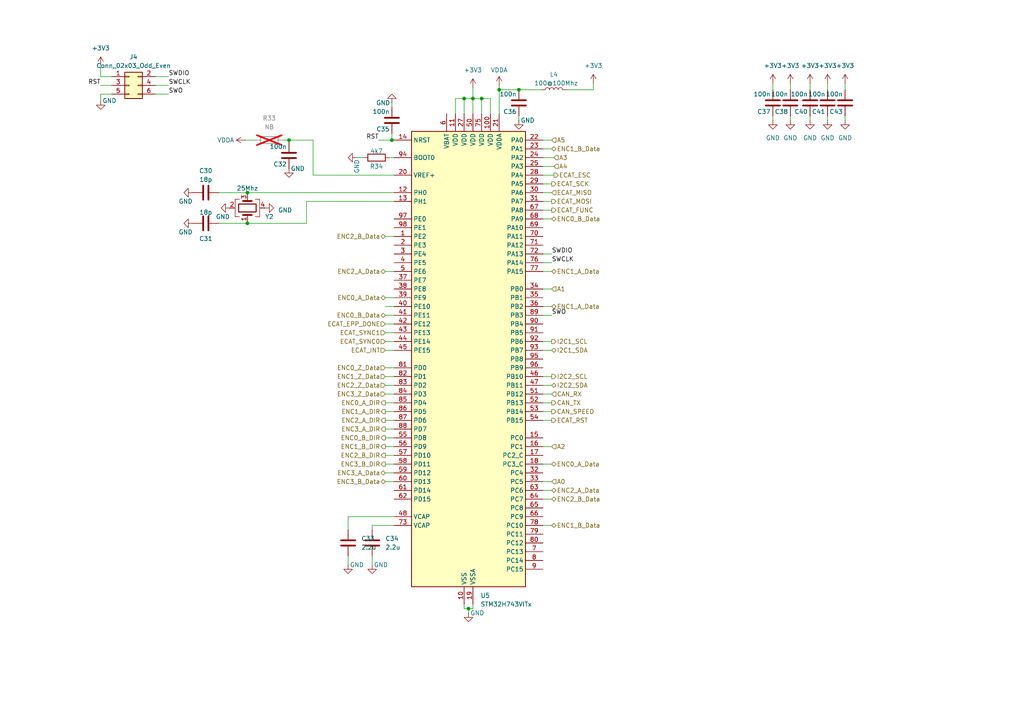
<source format=kicad_sch>
(kicad_sch (version 20231120) (generator "eeschema") (generator_version "8.0")
  (paper "A4")
  (lib_symbols
    (symbol "Connector_Generic:Conn_02x03_Odd_Even" (pin_names (offset 1.016) hide)
      (property "Reference" "J" (at 1.27 5.08 0))
      (property "Value" "Conn_02x03_Odd_Even" (at 1.27 -5.08 0))
      (symbol "Conn_02x03_Odd_Even_1_1"
        (rectangle (start -1.27 -2.413) (end 0 -2.667) (stroke (width 0.1524)))
        (rectangle (start -1.27 0.127) (end 0 -0.127) (stroke (width 0.1524)))
        (rectangle (start -1.27 2.667) (end 0 2.413) (stroke (width 0.1524)))
        (rectangle (start -1.27 3.81) (end 3.81 -3.81) (stroke (width 0.254)) (fill (type background)))
        (rectangle (start 3.81 -2.413) (end 2.54 -2.667) (stroke (width 0.1524)))
        (rectangle (start 3.81 0.127) (end 2.54 -0.127) (stroke (width 0.1524)))
        (rectangle (start 3.81 2.667) (end 2.54 2.413) (stroke (width 0.1524)))
        (pin passive line (at -5.08 2.54 0) (length 3.81) (name "Pin_1") (number "1"))
        (pin passive line (at 7.62 2.54 180) (length 3.81) (name "Pin_2") (number "2"))
        (pin passive line (at -5.08 0 0) (length 3.81) (name "Pin_3") (number "3"))
        (pin passive line (at 7.62 0 180) (length 3.81) (name "Pin_4") (number "4"))
        (pin passive line (at -5.08 -2.54 0) (length 3.81) (name "Pin_5") (number "5"))
        (pin passive line (at 7.62 -2.54 180) (length 3.81) (name "Pin_6") (number "6"))
      )
    )
    (symbol "Device:C" (pin_numbers hide) (pin_names (offset 0.254))
      (property "Reference" "C" (at 0.635 2.54 0))
      (property "Value" "C" (at 0.635 -2.54 0))
      (symbol "C_0_1"
        (polyline (pts (xy -2.032 -0.762) (xy 2.032 -0.762)) (stroke (width 0.508)))
        (polyline (pts (xy -2.032 0.762) (xy 2.032 0.762)) (stroke (width 0.508)))
      )
      (symbol "C_1_1"
        (pin passive line (at 0 3.81 270) (length 2.794) (name "~") (number "1"))
        (pin passive line (at 0 -3.81 90) (length 2.794) (name "~") (number "2"))
      )
    )
    (symbol "Device:Crystal_GND24" (pin_names (offset 1.016) hide)
      (property "Reference" "Y" (at 3.175 5.08 0))
      (property "Value" "Crystal_GND24" (at 3.175 3.175 0))
      (symbol "Crystal_GND24_0_1"
        (rectangle (start -1.143 2.54) (end 1.143 -2.54) (stroke (width 0.3048)))
        (polyline (pts (xy -2.54 0) (xy -2.032 0)))
        (polyline (pts (xy -2.032 -1.27) (xy -2.032 1.27)) (stroke (width 0.508)))
        (polyline (pts (xy 0 -3.81) (xy 0 -3.556)))
        (polyline (pts (xy 0 3.556) (xy 0 3.81)))
        (polyline (pts (xy 2.032 -1.27) (xy 2.032 1.27)) (stroke (width 0.508)))
        (polyline (pts (xy 2.032 0) (xy 2.54 0)))
        (polyline (pts (xy -2.54 -2.286) (xy -2.54 -3.556) (xy 2.54 -3.556) (xy 2.54 -2.286)))
        (polyline (pts (xy -2.54 2.286) (xy -2.54 3.556) (xy 2.54 3.556) (xy 2.54 2.286)))
      )
      (symbol "Crystal_GND24_1_1"
        (pin passive line (at -3.81 0 0) (length 1.27) (name "1") (number "1"))
        (pin passive line (at 0 5.08 270) (length 1.27) (name "2") (number "2"))
        (pin passive line (at 3.81 0 180) (length 1.27) (name "3") (number "3"))
        (pin passive line (at 0 -5.08 90) (length 1.27) (name "4") (number "4"))
      )
    )
    (symbol "Device:L" (pin_numbers hide) (pin_names (offset 1.016) hide)
      (property "Reference" "L" (at -1.27 0 90))
      (property "Value" "L" (at 1.905 0 90))
      (symbol "L_0_1"
        (arc (start 0 -2.54) (mid 0.6323 -1.905) (end 0 -1.27))
        (arc (start 0 -1.27) (mid 0.6323 -0.635) (end 0 0))
        (arc (start 0 0) (mid 0.6323 0.635) (end 0 1.27))
        (arc (start 0 1.27) (mid 0.6323 1.905) (end 0 2.54))
      )
      (symbol "L_1_1"
        (pin passive line (at 0 3.81 270) (length 1.27) (name "1") (number "1"))
        (pin passive line (at 0 -3.81 90) (length 1.27) (name "2") (number "2"))
      )
    )
    (symbol "Device:R" (pin_numbers hide) (pin_names (offset 0))
      (property "Reference" "R" (at 2.032 0 90))
      (property "Value" "R" (at 0 0 90))
      (symbol "R_0_1"
        (rectangle (start -1.016 -2.54) (end 1.016 2.54) (stroke (width 0.254)))
      )
      (symbol "R_1_1"
        (pin passive line (at 0 3.81 270) (length 1.27) (name "~") (number "1"))
        (pin passive line (at 0 -3.81 90) (length 1.27) (name "~") (number "2"))
      )
    )
    (symbol "MCU_ST_STM32H7:STM32H743VITx"
      (property "Reference" "U" (at -15.24 67.31 0))
      (property "Value" "STM32H743VITx" (at 12.7 67.31 0))
      (symbol "STM32H743VITx_0_1"
        (rectangle (start -15.24 -66.04) (end 17.78 66.04) (stroke (width 0.254)) (fill (type background)))
      )
      (symbol "STM32H743VITx_1_1"
        (pin bidirectional line (at -20.32 35.56 0) (length 5.08) (name "PE2") (number "1"))
        (pin power_in line (at 0 -71.12 90) (length 5.08) (name "VSS") (number "10"))
        (pin power_in line (at 7.62 71.12 270) (length 5.08) (name "VDD") (number "100"))
        (pin power_in line (at -2.54 71.12 270) (length 5.08) (name "VDD") (number "11"))
        (pin bidirectional line (at -20.32 48.26 0) (length 5.08) (name "PH0") (number "12"))
        (pin bidirectional line (at -20.32 45.72 0) (length 5.08) (name "PH1") (number "13"))
        (pin input line (at -20.32 63.5 0) (length 5.08) (name "NRST") (number "14"))
        (pin bidirectional line (at 22.86 -22.86 180) (length 5.08) (name "PC0") (number "15"))
        (pin bidirectional line (at 22.86 -25.4 180) (length 5.08) (name "PC1") (number "16"))
        (pin bidirectional line (at 22.86 -27.94 180) (length 5.08) (name "PC2_C") (number "17"))
        (pin bidirectional line (at 22.86 -30.48 180) (length 5.08) (name "PC3_C") (number "18"))
        (pin power_in line (at 2.54 -71.12 90) (length 5.08) (name "VSSA") (number "19"))
        (pin bidirectional line (at -20.32 33.02 0) (length 5.08) (name "PE3") (number "2"))
        (pin input line (at -20.32 53.34 0) (length 5.08) (name "VREF+") (number "20"))
        (pin power_in line (at 10.16 71.12 270) (length 5.08) (name "VDDA") (number "21"))
        (pin bidirectional line (at 22.86 63.5 180) (length 5.08) (name "PA0") (number "22"))
        (pin bidirectional line (at 22.86 60.96 180) (length 5.08) (name "PA1") (number "23"))
        (pin bidirectional line (at 22.86 58.42 180) (length 5.08) (name "PA2") (number "24"))
        (pin bidirectional line (at 22.86 55.88 180) (length 5.08) (name "PA3") (number "25"))
        (pin passive line (at 0 -71.12 90) (length 5.08) hide (name "VSS") (number "26"))
        (pin power_in line (at 0 71.12 270) (length 5.08) (name "VDD") (number "27"))
        (pin bidirectional line (at 22.86 53.34 180) (length 5.08) (name "PA4") (number "28"))
        (pin bidirectional line (at 22.86 50.8 180) (length 5.08) (name "PA5") (number "29"))
        (pin bidirectional line (at -20.32 30.48 0) (length 5.08) (name "PE4") (number "3"))
        (pin bidirectional line (at 22.86 48.26 180) (length 5.08) (name "PA6") (number "30"))
        (pin bidirectional line (at 22.86 45.72 180) (length 5.08) (name "PA7") (number "31"))
        (pin bidirectional line (at 22.86 -33.02 180) (length 5.08) (name "PC4") (number "32"))
        (pin bidirectional line (at 22.86 -35.56 180) (length 5.08) (name "PC5") (number "33"))
        (pin bidirectional line (at 22.86 20.32 180) (length 5.08) (name "PB0") (number "34"))
        (pin bidirectional line (at 22.86 17.78 180) (length 5.08) (name "PB1") (number "35"))
        (pin bidirectional line (at 22.86 15.24 180) (length 5.08) (name "PB2") (number "36"))
        (pin bidirectional line (at -20.32 22.86 0) (length 5.08) (name "PE7") (number "37"))
        (pin bidirectional line (at -20.32 20.32 0) (length 5.08) (name "PE8") (number "38"))
        (pin bidirectional line (at -20.32 17.78 0) (length 5.08) (name "PE9") (number "39"))
        (pin bidirectional line (at -20.32 27.94 0) (length 5.08) (name "PE5") (number "4"))
        (pin bidirectional line (at -20.32 15.24 0) (length 5.08) (name "PE10") (number "40"))
        (pin bidirectional line (at -20.32 12.7 0) (length 5.08) (name "PE11") (number "41"))
        (pin bidirectional line (at -20.32 10.16 0) (length 5.08) (name "PE12") (number "42"))
        (pin bidirectional line (at -20.32 7.62 0) (length 5.08) (name "PE13") (number "43"))
        (pin bidirectional line (at -20.32 5.08 0) (length 5.08) (name "PE14") (number "44"))
        (pin bidirectional line (at -20.32 2.54 0) (length 5.08) (name "PE15") (number "45"))
        (pin bidirectional line (at 22.86 -5.08 180) (length 5.08) (name "PB10") (number "46"))
        (pin bidirectional line (at 22.86 -7.62 180) (length 5.08) (name "PB11") (number "47"))
        (pin power_out line (at -20.32 -45.72 0) (length 5.08) (name "VCAP") (number "48"))
        (pin passive line (at 0 -71.12 90) (length 5.08) hide (name "VSS") (number "49"))
        (pin bidirectional line (at -20.32 25.4 0) (length 5.08) (name "PE6") (number "5"))
        (pin power_in line (at 2.54 71.12 270) (length 5.08) (name "VDD") (number "50"))
        (pin bidirectional line (at 22.86 -10.16 180) (length 5.08) (name "PB12") (number "51"))
        (pin bidirectional line (at 22.86 -12.7 180) (length 5.08) (name "PB13") (number "52"))
        (pin bidirectional line (at 22.86 -15.24 180) (length 5.08) (name "PB14") (number "53"))
        (pin bidirectional line (at 22.86 -17.78 180) (length 5.08) (name "PB15") (number "54"))
        (pin bidirectional line (at -20.32 -22.86 0) (length 5.08) (name "PD8") (number "55"))
        (pin bidirectional line (at -20.32 -25.4 0) (length 5.08) (name "PD9") (number "56"))
        (pin bidirectional line (at -20.32 -27.94 0) (length 5.08) (name "PD10") (number "57"))
        (pin bidirectional line (at -20.32 -30.48 0) (length 5.08) (name "PD11") (number "58"))
        (pin bidirectional line (at -20.32 -33.02 0) (length 5.08) (name "PD12") (number "59"))
        (pin power_in line (at -5.08 71.12 270) (length 5.08) (name "VBAT") (number "6"))
        (pin bidirectional line (at -20.32 -35.56 0) (length 5.08) (name "PD13") (number "60"))
        (pin bidirectional line (at -20.32 -38.1 0) (length 5.08) (name "PD14") (number "61"))
        (pin bidirectional line (at -20.32 -40.64 0) (length 5.08) (name "PD15") (number "62"))
        (pin bidirectional line (at 22.86 -38.1 180) (length 5.08) (name "PC6") (number "63"))
        (pin bidirectional line (at 22.86 -40.64 180) (length 5.08) (name "PC7") (number "64"))
        (pin bidirectional line (at 22.86 -43.18 180) (length 5.08) (name "PC8") (number "65"))
        (pin bidirectional line (at 22.86 -45.72 180) (length 5.08) (name "PC9") (number "66"))
        (pin bidirectional line (at 22.86 43.18 180) (length 5.08) (name "PA8") (number "67"))
        (pin bidirectional line (at 22.86 40.64 180) (length 5.08) (name "PA9") (number "68"))
        (pin bidirectional line (at 22.86 38.1 180) (length 5.08) (name "PA10") (number "69"))
        (pin bidirectional line (at 22.86 -55.88 180) (length 5.08) (name "PC13") (number "7"))
        (pin bidirectional line (at 22.86 35.56 180) (length 5.08) (name "PA11") (number "70"))
        (pin bidirectional line (at 22.86 33.02 180) (length 5.08) (name "PA12") (number "71"))
        (pin bidirectional line (at 22.86 30.48 180) (length 5.08) (name "PA13") (number "72"))
        (pin power_out line (at -20.32 -48.26 0) (length 5.08) (name "VCAP") (number "73"))
        (pin passive line (at 0 -71.12 90) (length 5.08) hide (name "VSS") (number "74"))
        (pin power_in line (at 5.08 71.12 270) (length 5.08) (name "VDD") (number "75"))
        (pin bidirectional line (at 22.86 27.94 180) (length 5.08) (name "PA14") (number "76"))
        (pin bidirectional line (at 22.86 25.4 180) (length 5.08) (name "PA15") (number "77"))
        (pin bidirectional line (at 22.86 -48.26 180) (length 5.08) (name "PC10") (number "78"))
        (pin bidirectional line (at 22.86 -50.8 180) (length 5.08) (name "PC11") (number "79"))
        (pin bidirectional line (at 22.86 -58.42 180) (length 5.08) (name "PC14") (number "8"))
        (pin bidirectional line (at 22.86 -53.34 180) (length 5.08) (name "PC12") (number "80"))
        (pin bidirectional line (at -20.32 -2.54 0) (length 5.08) (name "PD0") (number "81"))
        (pin bidirectional line (at -20.32 -5.08 0) (length 5.08) (name "PD1") (number "82"))
        (pin bidirectional line (at -20.32 -7.62 0) (length 5.08) (name "PD2") (number "83"))
        (pin bidirectional line (at -20.32 -10.16 0) (length 5.08) (name "PD3") (number "84"))
        (pin bidirectional line (at -20.32 -12.7 0) (length 5.08) (name "PD4") (number "85"))
        (pin bidirectional line (at -20.32 -15.24 0) (length 5.08) (name "PD5") (number "86"))
        (pin bidirectional line (at -20.32 -17.78 0) (length 5.08) (name "PD6") (number "87"))
        (pin bidirectional line (at -20.32 -20.32 0) (length 5.08) (name "PD7") (number "88"))
        (pin bidirectional line (at 22.86 12.7 180) (length 5.08) (name "PB3") (number "89"))
        (pin bidirectional line (at 22.86 -60.96 180) (length 5.08) (name "PC15") (number "9"))
        (pin bidirectional line (at 22.86 10.16 180) (length 5.08) (name "PB4") (number "90"))
        (pin bidirectional line (at 22.86 7.62 180) (length 5.08) (name "PB5") (number "91"))
        (pin bidirectional line (at 22.86 5.08 180) (length 5.08) (name "PB6") (number "92"))
        (pin bidirectional line (at 22.86 2.54 180) (length 5.08) (name "PB7") (number "93"))
        (pin input line (at -20.32 58.42 0) (length 5.08) (name "BOOT0") (number "94"))
        (pin bidirectional line (at 22.86 0 180) (length 5.08) (name "PB8") (number "95"))
        (pin bidirectional line (at 22.86 -2.54 180) (length 5.08) (name "PB9") (number "96"))
        (pin bidirectional line (at -20.32 40.64 0) (length 5.08) (name "PE0") (number "97"))
        (pin bidirectional line (at -20.32 38.1 0) (length 5.08) (name "PE1") (number "98"))
        (pin passive line (at 0 -71.12 90) (length 5.08) hide (name "VSS") (number "99"))
      )
    )
    (symbol "power:+3V3" (power) (pin_numbers hide) (pin_names (offset 0) hide)
      (property "Value" "+3V3" (at 0 3.556 0))
      (symbol "+3V3_0_1"
        (polyline (pts (xy -0.762 1.27) (xy 0 2.54)))
        (polyline (pts (xy 0 0) (xy 0 2.54)))
        (polyline (pts (xy 0 2.54) (xy 0.762 1.27)))
      )
      (symbol "+3V3_1_1"
        (pin power_in line (at 0 0 90) (length 0) (name "~") (number "1"))
      )
    )
    (symbol "power:GND" (power) (pin_numbers hide) (pin_names (offset 0) hide)
      (property "Value" "GND" (at 0 -3.81 0))
      (symbol "GND_0_1"
        (polyline (pts (xy 0 0) (xy 0 -1.27) (xy 1.27 -1.27) (xy 0 -2.54) (xy -1.27 -1.27) (xy 0 -1.27)))
      )
      (symbol "GND_1_1"
        (pin power_in line (at 0 0 270) (length 0) (name "~") (number "1"))
      )
    )
    (symbol "power:VDDA" (power) (pin_numbers hide) (pin_names (offset 0) hide)
      (property "Value" "VDDA" (at 0 3.556 0))
      (symbol "VDDA_0_1"
        (polyline (pts (xy -0.762 1.27) (xy 0 2.54)))
        (polyline (pts (xy 0 0) (xy 0 2.54)))
        (polyline (pts (xy 0 2.54) (xy 0.762 1.27)))
      )
      (symbol "VDDA_1_1"
        (pin power_in line (at 0 0 90) (length 0) (name "~") (number "1"))
      )
    )
  )
  (junction (at 71.755 64.77))
  (junction (at 71.755 55.88))
  (junction (at 150.495 26.035))
  (junction (at 134.62 28.575))
  (junction (at 83.82 40.64))
  (junction (at 113.665 40.64))
  (junction (at 144.78 26.035))
  (junction (at 139.7 28.575))
  (junction (at 137.16 28.575))
  (junction (at 135.89 176.53))
  (wire (pts (xy 157.48 78.74) (xy 160.02 78.74)))
  (wire (pts (xy 150.495 26.035) (xy 144.78 26.035)))
  (wire (pts (xy 107.95 161.29) (xy 107.95 163.83)))
  (wire (pts (xy 113.665 40.64) (xy 114.3 40.64)))
  (wire (pts (xy 157.48 55.88) (xy 160.02 55.88)))
  (wire (pts (xy 81.915 40.64) (xy 83.82 40.64)))
  (wire (pts (xy 111.76 88.9) (xy 114.3 88.9)))
  (wire (pts (xy 157.48 48.26) (xy 160.655 48.26)))
  (wire (pts (xy 240.03 24.13) (xy 240.03 26.035)))
  (wire (pts (xy 29.21 24.765) (xy 32.385 24.765)))
  (wire (pts (xy 63.5 55.88) (xy 71.755 55.88)))
  (wire (pts (xy 157.48 43.18) (xy 160.02 43.18)))
  (wire (pts (xy 111.76 124.46) (xy 114.3 124.46)))
  (wire (pts (xy 156.845 26.035) (xy 150.495 26.035)))
  (wire (pts (xy 107.95 152.4) (xy 107.95 153.67)))
  (wire (pts (xy 157.48 40.64) (xy 160.02 40.64)))
  (wire (pts (xy 137.16 25.4) (xy 137.16 28.575)))
  (wire (pts (xy 224.155 24.13) (xy 224.155 26.035)))
  (wire (pts (xy 157.48 88.9) (xy 160.02 88.9)))
  (wire (pts (xy 111.76 119.38) (xy 114.3 119.38)))
  (wire (pts (xy 137.16 176.53) (xy 135.89 176.53)))
  (wire (pts (xy 240.03 33.655) (xy 240.03 34.925)))
  (wire (pts (xy 134.62 28.575) (xy 132.08 28.575)))
  (wire (pts (xy 229.235 24.13) (xy 229.235 26.035)))
  (wire (pts (xy 111.76 114.3) (xy 114.3 114.3)))
  (wire (pts (xy 157.48 121.92) (xy 160.02 121.92)))
  (wire (pts (xy 157.48 109.22) (xy 160.02 109.22)))
  (wire (pts (xy 137.16 175.26) (xy 137.16 176.53)))
  (wire (pts (xy 157.48 63.5) (xy 160.02 63.5)))
  (wire (pts (xy 137.16 28.575) (xy 139.7 28.575)))
  (wire (pts (xy 111.76 99.06) (xy 114.3 99.06)))
  (wire (pts (xy 113.665 38.735) (xy 113.665 40.64)))
  (wire (pts (xy 111.76 106.68) (xy 114.3 106.68)))
  (wire (pts (xy 71.755 64.135) (xy 71.755 64.77)))
  (wire (pts (xy 111.76 121.92) (xy 114.3 121.92)))
  (wire (pts (xy 157.48 91.44) (xy 160.02 91.44)))
  (wire (pts (xy 111.76 137.16) (xy 114.3 137.16)))
  (wire (pts (xy 111.76 101.6) (xy 114.3 101.6)))
  (wire (pts (xy 157.48 53.34) (xy 160.02 53.34)))
  (wire (pts (xy 113.665 29.845) (xy 113.665 31.115)))
  (wire (pts (xy 29.21 27.305) (xy 29.21 29.21)))
  (wire (pts (xy 111.76 91.44) (xy 114.3 91.44)))
  (wire (pts (xy 157.48 111.76) (xy 160.02 111.76)))
  (wire (pts (xy 29.21 19.05) (xy 29.21 22.225)))
  (wire (pts (xy 71.755 55.88) (xy 114.3 55.88)))
  (wire (pts (xy 157.48 45.72) (xy 160.655 45.72)))
  (wire (pts (xy 71.755 55.88) (xy 71.755 56.515)))
  (wire (pts (xy 132.08 28.575) (xy 132.08 33.02)))
  (wire (pts (xy 157.48 142.24) (xy 160.02 142.24)))
  (wire (pts (xy 157.48 76.2) (xy 160.02 76.2)))
  (wire (pts (xy 245.11 33.655) (xy 245.11 34.925)))
  (wire (pts (xy 229.235 33.655) (xy 229.235 34.925)))
  (wire (pts (xy 100.965 161.29) (xy 100.965 163.83)))
  (wire (pts (xy 45.085 22.225) (xy 48.895 22.225)))
  (wire (pts (xy 224.155 33.655) (xy 224.155 34.925)))
  (wire (pts (xy 137.16 28.575) (xy 134.62 28.575)))
  (wire (pts (xy 114.3 149.86) (xy 100.965 149.86)))
  (wire (pts (xy 111.76 134.62) (xy 114.3 134.62)))
  (wire (pts (xy 109.855 40.64) (xy 113.665 40.64)))
  (wire (pts (xy 157.48 152.4) (xy 160.02 152.4)))
  (wire (pts (xy 111.76 139.7) (xy 114.3 139.7)))
  (wire (pts (xy 45.085 24.765) (xy 48.895 24.765)))
  (wire (pts (xy 114.3 152.4) (xy 107.95 152.4)))
  (wire (pts (xy 172.085 26.035) (xy 164.465 26.035)))
  (wire (pts (xy 71.755 64.77) (xy 88.9 64.77)))
  (wire (pts (xy 157.48 60.96) (xy 160.02 60.96)))
  (wire (pts (xy 111.76 116.84) (xy 114.3 116.84)))
  (wire (pts (xy 103.505 45.72) (xy 105.41 45.72)))
  (wire (pts (xy 88.9 58.42) (xy 88.9 64.77)))
  (wire (pts (xy 157.48 119.38) (xy 160.02 119.38)))
  (wire (pts (xy 234.95 24.13) (xy 234.95 26.035)))
  (wire (pts (xy 139.7 28.575) (xy 142.24 28.575)))
  (wire (pts (xy 83.82 40.64) (xy 83.82 41.275)))
  (wire (pts (xy 90.805 50.8) (xy 114.3 50.8)))
  (wire (pts (xy 234.95 33.655) (xy 234.95 34.925)))
  (wire (pts (xy 29.21 22.225) (xy 32.385 22.225)))
  (wire (pts (xy 172.085 24.13) (xy 172.085 26.035)))
  (wire (pts (xy 45.085 27.305) (xy 48.895 27.305)))
  (wire (pts (xy 111.76 93.98) (xy 114.3 93.98)))
  (wire (pts (xy 111.76 129.54) (xy 114.3 129.54)))
  (wire (pts (xy 157.48 144.78) (xy 160.02 144.78)))
  (wire (pts (xy 90.805 40.64) (xy 90.805 50.8)))
  (wire (pts (xy 111.76 111.76) (xy 114.3 111.76)))
  (wire (pts (xy 137.16 28.575) (xy 137.16 33.02)))
  (wire (pts (xy 157.48 73.66) (xy 160.02 73.66)))
  (wire (pts (xy 157.48 129.54) (xy 160.02 129.54)))
  (wire (pts (xy 134.62 175.26) (xy 134.62 176.53)))
  (wire (pts (xy 157.48 58.42) (xy 160.02 58.42)))
  (wire (pts (xy 134.62 28.575) (xy 134.62 33.02)))
  (wire (pts (xy 144.78 24.765) (xy 144.78 26.035)))
  (wire (pts (xy 111.76 68.58) (xy 114.3 68.58)))
  (wire (pts (xy 63.5 64.77) (xy 71.755 64.77)))
  (wire (pts (xy 157.48 83.82) (xy 160.02 83.82)))
  (wire (pts (xy 157.48 139.7) (xy 160.02 139.7)))
  (wire (pts (xy 71.12 40.64) (xy 74.295 40.64)))
  (wire (pts (xy 135.89 177.8) (xy 135.89 176.53)))
  (wire (pts (xy 88.9 58.42) (xy 114.3 58.42)))
  (wire (pts (xy 157.48 114.3) (xy 160.02 114.3)))
  (wire (pts (xy 157.48 50.8) (xy 160.655 50.8)))
  (wire (pts (xy 139.7 28.575) (xy 139.7 33.02)))
  (wire (pts (xy 111.76 78.74) (xy 114.3 78.74)))
  (wire (pts (xy 111.76 86.36) (xy 114.3 86.36)))
  (wire (pts (xy 29.21 27.305) (xy 32.385 27.305)))
  (wire (pts (xy 113.03 45.72) (xy 114.3 45.72)))
  (wire (pts (xy 157.48 99.06) (xy 160.02 99.06)))
  (wire (pts (xy 157.48 134.62) (xy 160.02 134.62)))
  (wire (pts (xy 111.76 127) (xy 114.3 127)))
  (wire (pts (xy 245.11 24.13) (xy 245.11 26.035)))
  (wire (pts (xy 83.82 40.64) (xy 90.805 40.64)))
  (wire (pts (xy 100.965 149.86) (xy 100.965 153.67)))
  (wire (pts (xy 111.76 132.08) (xy 114.3 132.08)))
  (wire (pts (xy 135.89 176.53) (xy 134.62 176.53)))
  (wire (pts (xy 111.76 96.52) (xy 114.3 96.52)))
  (wire (pts (xy 144.78 26.035) (xy 144.78 33.02)))
  (wire (pts (xy 111.76 109.22) (xy 114.3 109.22)))
  (wire (pts (xy 150.495 33.655) (xy 150.495 34.925)))
  (wire (pts (xy 157.48 101.6) (xy 160.02 101.6)))
  (wire (pts (xy 142.24 28.575) (xy 142.24 33.02)))
  (wire (pts (xy 157.48 116.84) (xy 160.02 116.84)))
  (label "SWDIO" (at 160.02 73.66 0))
  (label "SWCLK" (at 160.02 76.2 0))
  (label "SWCLK" (at 48.895 24.765 0))
  (label "RST" (at 109.855 40.64 180))
  (label "RST" (at 29.21 24.765 180))
  (label "SWO" (at 48.895 27.305 0))
  (label "SWO" (at 160.02 91.44 0))
  (label "SWDIO" (at 48.895 22.225 0))
  (hierarchical_label "ENC0_A_DIR" (shape output) (at 111.76 116.84 180))
  (hierarchical_label "ENC2_B_Data" (shape bidirectional) (at 160.02 144.78 0))
  (hierarchical_label "ENC3_B_Data" (shape bidirectional) (at 111.76 139.7 180))
  (hierarchical_label "ENC1_A_Data" (shape bidirectional) (at 160.02 88.9 0))
  (hierarchical_label "ENC2_Z_Data" (shape input) (at 111.76 111.76 180))
  (hierarchical_label "ENC0_B_Data" (shape bidirectional) (at 111.76 91.44 180))
  (hierarchical_label "ECAT_ESC" (shape output) (at 160.655 50.8 0))
  (hierarchical_label "ECAT_RST" (shape output) (at 160.02 121.92 0))
  (hierarchical_label "ECAT_MISO" (shape input) (at 160.02 55.88 0))
  (hierarchical_label "ENC2_A_Data" (shape bidirectional) (at 111.76 78.74 180))
  (hierarchical_label "CAN_TX" (shape output) (at 160.02 116.84 0))
  (hierarchical_label "A5" (shape input) (at 160.02 40.64 0))
  (hierarchical_label "ENC0_Z_Data" (shape input) (at 111.76 106.68 180))
  (hierarchical_label "ECAT_FUNC" (shape output) (at 160.02 60.96 0))
  (hierarchical_label "ENC0_B_DIR" (shape output) (at 111.76 127 180))
  (hierarchical_label "CAN_RX" (shape input) (at 160.02 114.3 0))
  (hierarchical_label "A0" (shape input) (at 160.02 139.7 0))
  (hierarchical_label "ECAT_EPP_DONE" (shape input) (at 111.76 93.98 180))
  (hierarchical_label "ENC3_A_DIR" (shape output) (at 111.76 124.46 180))
  (hierarchical_label "ENC3_Z_Data" (shape input) (at 111.76 114.3 180))
  (hierarchical_label "ENC1_Z_Data" (shape input) (at 111.76 109.22 180))
  (hierarchical_label "ENC1_B_DIR" (shape output) (at 111.76 129.54 180))
  (hierarchical_label "ENC0_A_Data" (shape bidirectional) (at 160.02 134.62 0))
  (hierarchical_label "I2C2_SDA" (shape bidirectional) (at 160.02 111.76 0))
  (hierarchical_label "I2C2_SCL" (shape output) (at 160.02 109.22 0))
  (hierarchical_label "ENC2_B_Data" (shape bidirectional) (at 111.76 68.58 180))
  (hierarchical_label "I2C1_SCL" (shape output) (at 160.02 99.06 0))
  (hierarchical_label "ENC2_A_Data" (shape bidirectional) (at 160.02 142.24 0))
  (hierarchical_label "ENC2_A_DIR" (shape output) (at 111.76 121.92 180))
  (hierarchical_label "A3" (shape input) (at 160.655 45.72 0))
  (hierarchical_label "ENC3_A_Data" (shape bidirectional) (at 111.76 137.16 180))
  (hierarchical_label "CAN_SPEED" (shape output) (at 160.02 119.38 0))
  (hierarchical_label "ENC1_B_Data" (shape bidirectional) (at 160.02 152.4 0))
  (hierarchical_label "ENC1_A_Data" (shape bidirectional) (at 160.02 78.74 0))
  (hierarchical_label "ENC1_A_DIR" (shape output) (at 111.76 119.38 180))
  (hierarchical_label "ECAT_INT" (shape input) (at 111.76 101.6 180))
  (hierarchical_label "ECAT_SYNC1" (shape input) (at 111.76 96.52 180))
  (hierarchical_label "ENC1_B_Data" (shape bidirectional) (at 160.02 43.18 0))
  (hierarchical_label "ECAT_SYNC0" (shape input) (at 111.76 99.06 180))
  (hierarchical_label "I2C1_SDA" (shape bidirectional) (at 160.02 101.6 0))
  (hierarchical_label "A1" (shape input) (at 160.02 83.82 0))
  (hierarchical_label "ENC0_B_Data" (shape bidirectional) (at 160.02 63.5 0))
  (hierarchical_label "ENC3_B_DIR" (shape output) (at 111.76 134.62 180))
  (hierarchical_label "ENC0_A_Data" (shape bidirectional) (at 111.76 86.36 180))
  (hierarchical_label "ECAT_MOSI" (shape output) (at 160.02 58.42 0))
  (hierarchical_label "ECAT_SCK" (shape output) (at 160.02 53.34 0))
  (hierarchical_label "A4" (shape input) (at 160.655 48.26 0))
  (hierarchical_label "ENC2_B_DIR" (shape output) (at 111.76 132.08 180))
  (hierarchical_label "A2" (shape input) (at 160.02 129.54 0))
  (symbol (lib_id "Connector_Generic:Conn_02x03_Odd_Even") (at 37.465 24.765 0) (unit 1) (in_bom no)
    (property "Reference" "J4" (at 38.735 16.51 0))
    (property "Value" "Conn_02x03_Odd_Even" (at 38.735 19.05 0))
    (property "Footprint" "Connector_PinHeader_2.54mm:PinHeader_2x03_P2.54mm_Vertical" (effects (hide yes)))
    (property "Description" "Generic connector, double row, 02x03, odd/even pin numbering scheme (row 1 odd numbers, row 2 even numbers), script generated (kicad-library-utils/schlib/autogen/connector/)" (effects (hide yes)))
    (property "JLCRotOffset" "-90" (effects (hide yes)))
  )
  (symbol (lib_id "Device:C") (at 229.235 29.845 180) (unit 1)
    (property "Reference" "C38" (at 228.6 32.385 0) (effects (justify left)))
    (property "Value" "100n" (at 228.6 27.305 0) (effects (justify left)))
    (property "Footprint" "Capacitor_SMD:C_0402_1005Metric" (effects (hide yes)))
    (property "Description" "Unpolarized capacitor" (effects (hide yes)))
    (property "LCSC Part #" "C307331" (effects (hide yes)))
  )
  (symbol (lib_id "power:GND") (at 66.675 60.325 270) (unit 1)
    (property "Reference" "#PWR067" (effects (hide yes)))
    (property "Value" "GND" (at 66.675 62.865 90) (effects (justify right)))
    (property "Description" "Power symbol creates a global label with name \"GND\" , ground" (effects (hide yes)))
  )
  (symbol (lib_id "power:GND") (at 245.11 34.925 0) (unit 1)
    (property "Reference" "#PWR092" (effects (hide yes)))
    (property "Value" "GND" (at 245.11 40.005 0))
    (property "Description" "Power symbol creates a global label with name \"GND\" , ground" (effects (hide yes)))
  )
  (symbol (lib_id "Device:Crystal_GND24") (at 71.755 60.325 90) (unit 1)
    (property "Reference" "Y2" (at 78.105 62.865 90))
    (property "Value" "25Mhz" (at 71.755 54.61 90))
    (property "Footprint" "Crystal:Crystal_SMD_3225-4Pin_3.2x2.5mm" (effects (hide yes)))
    (property "Description" "Four pin crystal, GND on pins 2 and 4" (effects (hide yes)))
    (property "LCSC Part #" "C9006" (effects (hide yes)))
  )
  (symbol (lib_id "power:+3V3") (at 172.085 24.13 0) (unit 1)
    (property "Reference" "#PWR078" (effects (hide yes)))
    (property "Value" "+3V3" (at 172.085 19.05 0))
    (property "Description" "Power symbol creates a global label with name \"+3V3\"" (effects (hide yes)))
  )
  (symbol (lib_id "power:GND") (at 135.89 177.8 0) (unit 1)
    (property "Reference" "#PWR089" (effects (hide yes)))
    (property "Value" "GND" (at 138.43 177.8 0))
    (property "Description" "Power symbol creates a global label with name \"GND\" , ground" (effects (hide yes)))
  )
  (symbol (lib_id "power:+3V3") (at 29.21 19.05 0) (unit 1)
    (property "Reference" "#PWR063" (effects (hide yes)))
    (property "Value" "+3V3" (at 29.21 13.97 0))
    (property "Description" "Power symbol creates a global label with name \"+3V3\"" (effects (hide yes)))
  )
  (symbol (lib_id "Device:R") (at 109.22 45.72 270) (unit 1)
    (property "Reference" "R34" (at 109.22 48.26 90))
    (property "Value" "4k7" (at 109.22 43.815 90))
    (property "Footprint" "Resistor_SMD:R_0402_1005Metric" (effects (hide yes)))
    (property "Description" "Resistor" (effects (hide yes)))
    (property "LCSC Part #" "C25900" (effects (hide yes)))
  )
  (symbol (lib_id "Device:C") (at 107.95 157.48 0) (unit 1)
    (property "Reference" "C34" (at 111.76 156.2099 0) (effects (justify left)))
    (property "Value" "2.2u" (at 111.76 158.7499 0) (effects (justify left)))
    (property "Footprint" "Resistor_SMD:R_0805_2012Metric" (effects (hide yes)))
    (property "Description" "Unpolarized capacitor" (effects (hide yes)))
    (property "LCSC Part #" "C377773" (effects (hide yes)))
  )
  (symbol (lib_id "power:GND") (at 229.235 34.925 0) (unit 1)
    (property "Reference" "#PWR082" (effects (hide yes)))
    (property "Value" "GND" (at 229.235 40.005 0))
    (property "Description" "Power symbol creates a global label with name \"GND\" , ground" (effects (hide yes)))
  )
  (symbol (lib_id "power:+3V3") (at 137.16 25.4 0) (unit 1)
    (property "Reference" "#PWR075" (effects (hide yes)))
    (property "Value" "+3V3" (at 137.16 20.32 0))
    (property "Description" "Power symbol creates a global label with name \"+3V3\"" (effects (hide yes)))
  )
  (symbol (lib_id "Device:C") (at 245.11 29.845 180) (unit 1)
    (property "Reference" "C43" (at 244.475 32.385 0) (effects (justify left)))
    (property "Value" "100n" (at 244.475 27.305 0) (effects (justify left)))
    (property "Footprint" "Capacitor_SMD:C_0402_1005Metric" (effects (hide yes)))
    (property "Description" "Unpolarized capacitor" (effects (hide yes)))
    (property "LCSC Part #" "C307331" (effects (hide yes)))
  )
  (symbol (lib_id "power:GND") (at 29.21 29.21 0) (unit 1)
    (property "Reference" "#PWR064" (effects (hide yes)))
    (property "Value" "GND" (at 31.75 29.21 0))
    (property "Description" "Power symbol creates a global label with name \"GND\" , ground" (effects (hide yes)))
  )
  (symbol (lib_id "power:GND") (at 100.965 163.83 0) (unit 1)
    (property "Reference" "#PWR071" (effects (hide yes)))
    (property "Value" "GND" (at 103.505 163.83 0))
    (property "Description" "Power symbol creates a global label with name \"GND\" , ground" (effects (hide yes)))
  )
  (symbol (lib_id "power:GND") (at 224.155 34.925 0) (unit 1)
    (property "Reference" "#PWR080" (effects (hide yes)))
    (property "Value" "GND" (at 224.155 40.005 0))
    (property "Description" "Power symbol creates a global label with name \"GND\" , ground" (effects (hide yes)))
  )
  (symbol (lib_id "power:+3V3") (at 234.95 24.13 0) (unit 1)
    (property "Reference" "#PWR085" (effects (hide yes)))
    (property "Value" "+3V3" (at 234.95 19.05 0))
    (property "Description" "Power symbol creates a global label with name \"+3V3\"" (effects (hide yes)))
  )
  (symbol (lib_id "Device:C") (at 59.69 55.88 90) (unit 1)
    (property "Reference" "C30" (at 59.69 49.53 90))
    (property "Value" "18p" (at 59.69 52.07 90))
    (property "Footprint" "Capacitor_SMD:C_0402_1005Metric" (effects (hide yes)))
    (property "Description" "Unpolarized capacitor" (effects (hide yes)))
    (property "LCSC Part #" "C1549" (effects (hide yes)))
  )
  (symbol (lib_id "power:VDDA") (at 144.78 24.765 0) (unit 1)
    (property "Reference" "#PWR076" (effects (hide yes)))
    (property "Value" "VDDA" (at 144.78 20.32 0))
    (property "Description" "Power symbol creates a global label with name \"VDDA\"" (effects (hide yes)))
  )
  (symbol (lib_id "power:+3V3") (at 229.235 24.13 0) (unit 1)
    (property "Reference" "#PWR081" (effects (hide yes)))
    (property "Value" "+3V3" (at 229.235 19.05 0))
    (property "Description" "Power symbol creates a global label with name \"+3V3\"" (effects (hide yes)))
  )
  (symbol (lib_id "Device:L") (at 160.655 26.035 90) (unit 1)
    (property "Reference" "L4" (at 160.655 21.59 90))
    (property "Value" "100@100Mhz" (at 161.29 24.13 90))
    (property "Footprint" "Resistor_SMD:R_0805_2012Metric" (effects (hide yes)))
    (property "Description" "Inductor" (effects (hide yes)))
    (property "LCSC Part #" "C1015" (effects (hide yes)))
  )
  (symbol (lib_id "Device:C") (at 100.965 157.48 0) (unit 1)
    (property "Reference" "C33" (at 104.775 156.2099 0) (effects (justify left)))
    (property "Value" "2.2u" (at 104.775 158.7499 0) (effects (justify left)))
    (property "Footprint" "Resistor_SMD:R_0805_2012Metric" (effects (hide yes)))
    (property "Description" "Unpolarized capacitor" (effects (hide yes)))
    (property "LCSC Part #" "C377773" (effects (hide yes)))
  )
  (symbol (lib_id "Device:C") (at 224.155 29.845 180) (unit 1)
    (property "Reference" "C37" (at 223.52 32.385 0) (effects (justify left)))
    (property "Value" "100n" (at 223.52 27.305 0) (effects (justify left)))
    (property "Footprint" "Capacitor_SMD:C_0402_1005Metric" (effects (hide yes)))
    (property "Description" "Unpolarized capacitor" (effects (hide yes)))
    (property "LCSC Part #" "C307331" (effects (hide yes)))
  )
  (symbol (lib_id "Device:C") (at 113.665 34.925 180) (unit 1)
    (property "Reference" "C35" (at 113.03 37.465 0) (effects (justify left)))
    (property "Value" "100n" (at 113.03 32.385 0) (effects (justify left)))
    (property "Footprint" "Capacitor_SMD:C_0402_1005Metric" (effects (hide yes)))
    (property "Description" "Unpolarized capacitor" (effects (hide yes)))
    (property "LCSC Part #" "C307331" (effects (hide yes)))
  )
  (symbol (lib_id "power:VDDA") (at 71.12 40.64 90) (unit 1)
    (property "Reference" "#PWR068" (effects (hide yes)))
    (property "Value" "VDDA" (at 67.945 40.6399 90) (effects (justify left)))
    (property "Description" "Power symbol creates a global label with name \"VDDA\"" (effects (hide yes)))
  )
  (symbol (lib_id "power:GND") (at 103.505 45.72 270) (unit 1)
    (property "Reference" "#PWR072" (effects (hide yes)))
    (property "Value" "GND" (at 103.505 48.26 0))
    (property "Description" "Power symbol creates a global label with name \"GND\" , ground" (effects (hide yes)))
  )
  (symbol (lib_id "power:+3V3") (at 224.155 24.13 0) (unit 1)
    (property "Reference" "#PWR079" (effects (hide yes)))
    (property "Value" "+3V3" (at 224.155 19.05 0))
    (property "Description" "Power symbol creates a global label with name \"+3V3\"" (effects (hide yes)))
  )
  (symbol (lib_id "power:GND") (at 76.835 60.325 90) (unit 1)
    (property "Reference" "#PWR069" (effects (hide yes)))
    (property "Value" "GND" (at 80.645 60.96 90) (effects (justify right)))
    (property "Description" "Power symbol creates a global label with name \"GND\" , ground" (effects (hide yes)))
  )
  (symbol (lib_id "power:GND") (at 113.665 29.845 180) (unit 1)
    (property "Reference" "#PWR074" (effects (hide yes)))
    (property "Value" "GND" (at 111.125 29.845 0))
    (property "Description" "Power symbol creates a global label with name \"GND\" , ground" (effects (hide yes)))
  )
  (symbol (lib_id "Device:C") (at 240.03 29.845 180) (unit 1)
    (property "Reference" "C41" (at 239.395 32.385 0) (effects (justify left)))
    (property "Value" "100n" (at 239.395 27.305 0) (effects (justify left)))
    (property "Footprint" "Capacitor_SMD:C_0402_1005Metric" (effects (hide yes)))
    (property "Description" "Unpolarized capacitor" (effects (hide yes)))
    (property "LCSC Part #" "C307331" (effects (hide yes)))
  )
  (symbol (lib_id "power:+3V3") (at 245.11 24.13 0) (unit 1)
    (property "Reference" "#PWR091" (effects (hide yes)))
    (property "Value" "+3V3" (at 245.11 19.05 0))
    (property "Description" "Power symbol creates a global label with name \"+3V3\"" (effects (hide yes)))
  )
  (symbol (lib_id "power:GND") (at 55.88 55.88 270) (unit 1)
    (property "Reference" "#PWR065" (effects (hide yes)))
    (property "Value" "GND" (at 55.88 58.42 90) (effects (justify right)))
    (property "Description" "Power symbol creates a global label with name \"GND\" , ground" (effects (hide yes)))
  )
  (symbol (lib_id "Device:C") (at 59.69 64.77 90) (unit 1)
    (property "Reference" "C31" (at 59.69 69.215 90))
    (property "Value" "18p" (at 59.69 61.595 90))
    (property "Footprint" "Capacitor_SMD:C_0402_1005Metric" (effects (hide yes)))
    (property "Description" "Unpolarized capacitor" (effects (hide yes)))
    (property "LCSC Part #" "C1549" (effects (hide yes)))
  )
  (symbol (lib_id "power:GND") (at 55.88 64.77 270) (unit 1)
    (property "Reference" "#PWR066" (effects (hide yes)))
    (property "Value" "GND" (at 55.88 67.31 90) (effects (justify right)))
    (property "Description" "Power symbol creates a global label with name \"GND\" , ground" (effects (hide yes)))
  )
  (symbol (lib_id "Device:R") (at 78.105 40.64 90) (unit 1) (in_bom no) (dnp yes)
    (property "Reference" "R33" (at 78.105 34.29 90))
    (property "Value" "NB" (at 78.105 36.83 90))
    (property "Footprint" "Resistor_SMD:R_01005_0402Metric" (effects (hide yes)))
    (property "Description" "Resistor" (effects (hide yes)))
  )
  (symbol (lib_id "Device:C") (at 234.95 29.845 180) (unit 1)
    (property "Reference" "C40" (at 234.315 32.385 0) (effects (justify left)))
    (property "Value" "100n" (at 234.315 27.305 0) (effects (justify left)))
    (property "Footprint" "Capacitor_SMD:C_0402_1005Metric" (effects (hide yes)))
    (property "Description" "Unpolarized capacitor" (effects (hide yes)))
    (property "LCSC Part #" "C307331" (effects (hide yes)))
  )
  (symbol (lib_id "power:GND") (at 234.95 34.925 0) (unit 1)
    (property "Reference" "#PWR086" (effects (hide yes)))
    (property "Value" "GND" (at 234.95 40.005 0))
    (property "Description" "Power symbol creates a global label with name \"GND\" , ground" (effects (hide yes)))
  )
  (symbol (lib_id "Device:C") (at 150.495 29.845 180) (unit 1)
    (property "Reference" "C36" (at 149.86 32.385 0) (effects (justify left)))
    (property "Value" "100n" (at 149.86 27.305 0) (effects (justify left)))
    (property "Footprint" "Capacitor_SMD:C_0402_1005Metric" (effects (hide yes)))
    (property "Description" "Unpolarized capacitor" (effects (hide yes)))
    (property "LCSC Part #" "C307331" (effects (hide yes)))
  )
  (symbol (lib_id "power:GND") (at 240.03 34.925 0) (unit 1)
    (property "Reference" "#PWR088" (effects (hide yes)))
    (property "Value" "GND" (at 240.03 40.005 0))
    (property "Description" "Power symbol creates a global label with name \"GND\" , ground" (effects (hide yes)))
  )
  (symbol (lib_id "power:+3V3") (at 240.03 24.13 0) (unit 1)
    (property "Reference" "#PWR087" (effects (hide yes)))
    (property "Value" "+3V3" (at 240.03 19.05 0))
    (property "Description" "Power symbol creates a global label with name \"+3V3\"" (effects (hide yes)))
  )
  (symbol (lib_id "power:GND") (at 83.82 48.895 0) (unit 1)
    (property "Reference" "#PWR070" (effects (hide yes)))
    (property "Value" "GND" (at 86.36 48.895 0))
    (property "Description" "Power symbol creates a global label with name \"GND\" , ground" (effects (hide yes)))
  )
  (symbol (lib_id "power:GND") (at 107.95 163.83 0) (unit 1)
    (property "Reference" "#PWR073" (effects (hide yes)))
    (property "Value" "GND" (at 110.49 163.83 0))
    (property "Description" "Power symbol creates a global label with name \"GND\" , ground" (effects (hide yes)))
  )
  (symbol (lib_id "power:GND") (at 150.495 34.925 0) (unit 1)
    (property "Reference" "#PWR077" (effects (hide yes)))
    (property "Value" "GND" (at 153.035 34.925 0))
    (property "Description" "Power symbol creates a global label with name \"GND\" , ground" (effects (hide yes)))
  )
  (symbol (lib_id "Device:C") (at 83.82 45.085 180) (unit 1)
    (property "Reference" "C32" (at 83.185 47.625 0) (effects (justify left)))
    (property "Value" "100n" (at 83.185 42.545 0) (effects (justify left)))
    (property "Footprint" "Capacitor_SMD:C_0402_1005Metric" (effects (hide yes)))
    (property "Description" "Unpolarized capacitor" (effects (hide yes)))
    (property "LCSC Part #" "C307331" (effects (hide yes)))
  )
  (symbol (lib_id "MCU_ST_STM32H7:STM32H743VITx") (at 134.62 104.14 0) (unit 1)
    (property "Reference" "U5" (at 139.3541 172.72 0) (effects (justify left)))
    (property "Value" "STM32H743VITx" (at 139.3541 175.26 0) (effects (justify left)))
    (property "Footprint" "Package_QFP:LQFP-100_14x14mm_P0.5mm" (effects (hide yes)))
    (property "Datasheet" "https://www.st.com/resource/en/datasheet/stm32h743vi.pdf" (effects (hide yes)))
    (property "Description" "STMicroelectronics Arm Cortex-M7 MCU, 2048KB flash, 1024KB RAM, 480 MHz, 1.71-3.6V, 82 GPIO, LQFP100" (effects (hide yes)))
    (property "LCSC Part #" "C730183" (effects (hide yes)))
  )
)
</source>
